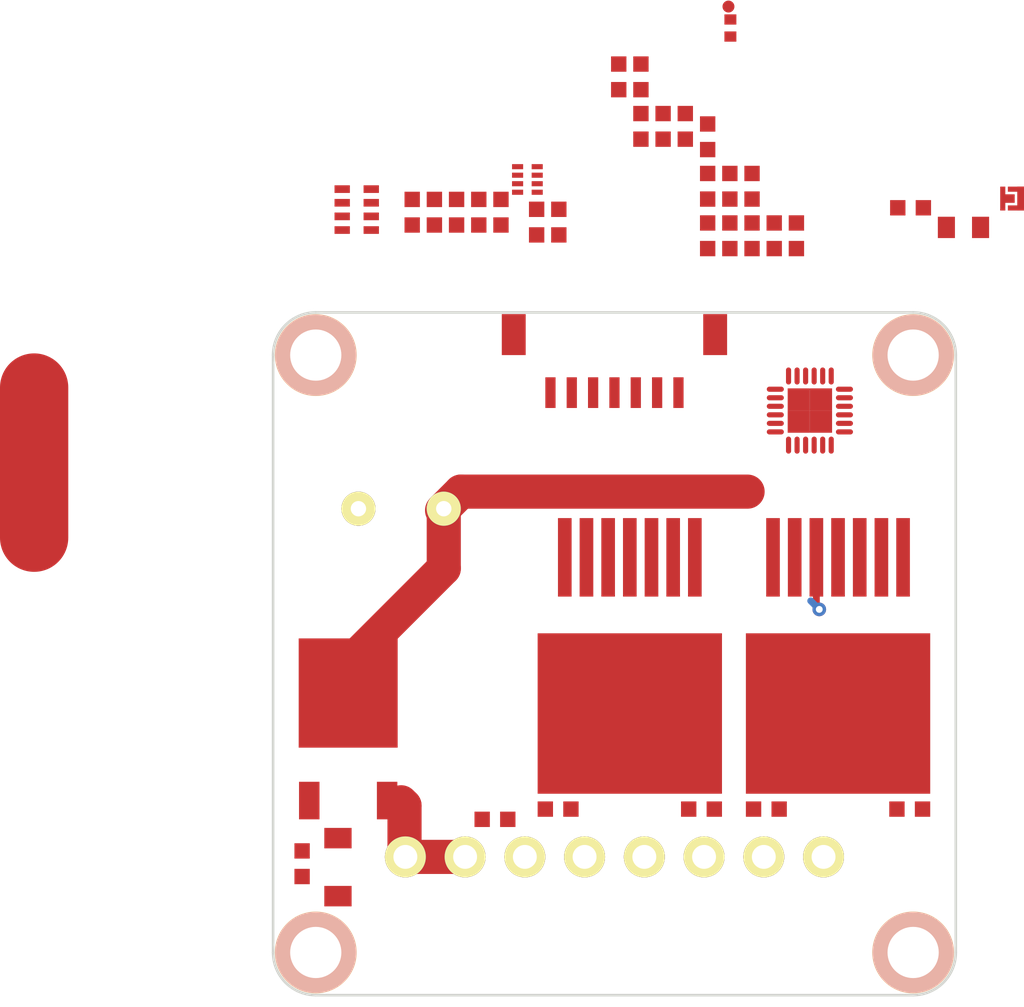
<source format=kicad_pcb>
(kicad_pcb (version 20221018) (generator pcbnew)
  (title_block (title "Industrial Push-Pull") (date "2019-02-14") (rev "1.0") (company "Tinkerforge GmbH") (comment 1 "Licensed under CERN OHL v.1.1") (comment 2 "Copyright (©) 2019, T.Schneidermann <tim@tinkerforge.com>"))
  (layers (0 "F.Cu" signal) (31 "B.Cu" signal) (34 "B.Paste" user) (35 "F.Paste" user) (36 "B.SilkS" user "B.Silkscreen") (37 "F.SilkS" user "F.Silkscreen") (38 "B.Mask" user) (39 "F.Mask" user) (44 "Edge.Cuts" user))
  (net 0 "")
  (net 1 "GND")
  (net 2 "Net-(10k1-Pad1)")
  (net 3 "3V3")
  (net 4 "Net-(C2-Pad1)")
  (net 5 "IS1")
  (net 6 "Net-(C6-Pad1)")
  (net 7 "IS2")
  (net 8 "Net-(C8-Pad1)")
  (net 9 "+VSW")
  (net 10 "Net-(C12-Pad1)")
  (net 11 "Net-(C13-Pad2)")
  (net 12 "Net-(C15-Pad2)")
  (net 13 "Net-(D1-Pad2)")
  (net 14 "Net-(D3-Pad2)")
  (net 15 "Net-(D4-Pad2)")
  (net 16 "Net-(D5-Pad2)")
  (net 17 "Net-(P1-Pad4)")
  (net 18 "Net-(P1-Pad5)")
  (net 19 "Net-(P1-Pad6)")
  (net 20 "Net-(P3-Pad1)")
  (net 21 "Net-(P4-Pad2)")
  (net 22 "Net-(R6-Pad1)")
  (net 23 "IN1")
  (net 24 "Net-(R7-Pad1)")
  (net 25 "INH")
  (net 26 "IN2")
  (net 27 "Net-(R8-Pad1)")
  (net 28 "Net-(R9-Pad1)")
  (net 29 "VIN")
  (net 30 "Net-(RP1-Pad5)")
  (net 31 "Net-(RP1-Pad6)")
  (net 32 "Net-(RP1-Pad7)")
  (net 33 "Net-(RP1-Pad8)")
  (net 34 "S-MISO")
  (net 35 "S-MOSI")
  (net 36 "S-CLK")
  (net 37 "S-CS")
  (footprint "kicad-libraries:C0603F" (layer "F.Cu") (at 162.960741 87.209159 90)
    (fp_text reference "C1")
    (fp_text value "100nF")
    (pad "1" smd rect (at -0.75 0 90) (size 0.9 0.9) (layers "F.Cu" "F.Paste" "F.Mask") (net 3 "3V3"))
    (pad "2" smd rect (at 0.75 0 90) (size 0.9 0.9) (layers "F.Cu" "F.Paste" "F.Mask") (net 1 "GND"))
  )
  (footprint "kicad-libraries:C0402F" (layer "F.Cu") (at 164.292501 80.837499 90)
    (fp_text reference "C2")
    (fp_text value "220pF")
    (pad "1" smd rect (at -0.5 0 90) (size 0.6 0.7) (layers "F.Cu" "F.Paste" "F.Mask") (net 4 "Net-(C2-Pad1)"))
    (pad "2" smd rect (at 0.5 0 90) (size 0.6 0.7) (layers "F.Cu" "F.Paste" "F.Mask") (net 1 "GND"))
  )
  (footprint "kicad-libraries:C0805" (layer "F.Cu") (at 177.948499 92.519399 180)
    (fp_text reference "C3")
    (fp_text value "10uF")
    (pad "1" smd rect (at -1.00076 0 180) (size 1.00076 1.24968) (layers "F.Cu" "F.Paste" "F.Mask") (net 3 "3V3") (clearance 0.14986))
    (pad "2" smd rect (at 1.00076 0 180) (size 1.00076 1.24968) (layers "F.Cu" "F.Paste" "F.Mask") (net 1 "GND") (clearance 0.14986))
  )
  (footprint "kicad-libraries:C0603F" (layer "F.Cu") (at 165.560741 93.009159 90)
    (fp_text reference "C4")
    (fp_text value "100nF")
    (pad "1" smd rect (at -0.75 0 90) (size 0.9 0.9) (layers "F.Cu" "F.Paste" "F.Mask") (net 3 "3V3"))
    (pad "2" smd rect (at 0.75 0 90) (size 0.9 0.9) (layers "F.Cu" "F.Paste" "F.Mask") (net 1 "GND"))
  )
  (footprint "kicad-libraries:C0603F" (layer "F.Cu") (at 165.560741 90.109159 90)
    (fp_text reference "C5")
    (fp_text value "1nF")
    (pad "1" smd rect (at -0.75 0 90) (size 0.9 0.9) (layers "F.Cu" "F.Paste" "F.Mask") (net 5 "IS1"))
    (pad "2" smd rect (at 0.75 0 90) (size 0.9 0.9) (layers "F.Cu" "F.Paste" "F.Mask") (net 1 "GND"))
  )
  (footprint "kicad-libraries:C0603F" (layer "F.Cu") (at 164.260741 93.009159 90)
    (fp_text reference "C6")
    (fp_text value "100nF")
    (pad "1" smd rect (at -0.75 0 90) (size 0.9 0.9) (layers "F.Cu" "F.Paste" "F.Mask") (net 6 "Net-(C6-Pad1)"))
    (pad "2" smd rect (at 0.75 0 90) (size 0.9 0.9) (layers "F.Cu" "F.Paste" "F.Mask") (net 1 "GND"))
  )
  (footprint "kicad-libraries:C0603F" (layer "F.Cu") (at 162.960741 90.109159 90)
    (fp_text reference "C7")
    (fp_text value "100nF")
    (pad "1" smd rect (at -0.75 0 90) (size 0.9 0.9) (layers "F.Cu" "F.Paste" "F.Mask") (net 7 "IS2"))
    (pad "2" smd rect (at 0.75 0 90) (size 0.9 0.9) (layers "F.Cu" "F.Paste" "F.Mask") (net 1 "GND"))
  )
  (footprint "kicad-libraries:C0603F" (layer "F.Cu") (at 148.250741 91.629159 90)
    (fp_text reference "C8")
    (fp_text value "100nF")
    (pad "1" smd rect (at -0.75 0 90) (size 0.9 0.9) (layers "F.Cu" "F.Paste" "F.Mask") (net 8 "Net-(C8-Pad1)"))
    (pad "2" smd rect (at 0.75 0 90) (size 0.9 0.9) (layers "F.Cu" "F.Paste" "F.Mask") (net 1 "GND"))
  )
  (footprint "kicad-libraries:ELKO_RAD_12" (layer "F.Cu") (at 145 109)
    (fp_text reference "C9")
    (fp_text value "1000uF 35V")
    (pad "1" thru_hole circle (at 2.49936 0) (size 1.99898 1.99898) (drill 0.89916) (layers "*.Cu" "*.Mask" "F.SilkS") (net 9 "+VSW"))
    (pad "2" thru_hole circle (at -2.49936 0) (size 1.99898 1.99898) (drill 0.89916) (layers "*.Cu" "*.Mask" "F.SilkS") (net 1 "GND"))
  )
  (footprint "kicad-libraries:C0603F" (layer "F.Cu") (at 146.950741 91.629159 90)
    (fp_text reference "C10")
    (fp_text value "100nF 100V")
    (pad "1" smd rect (at -0.75 0 90) (size 0.9 0.9) (layers "F.Cu" "F.Paste" "F.Mask") (net 9 "+VSW"))
    (pad "2" smd rect (at 0.75 0 90) (size 0.9 0.9) (layers "F.Cu" "F.Paste" "F.Mask") (net 1 "GND"))
  )
  (footprint "kicad-libraries:C0603F" (layer "F.Cu") (at 174.849159 91.369259 180)
    (fp_text reference "C11")
    (fp_text value "100nF 100V")
    (pad "1" smd rect (at -0.75 0 180) (size 0.9 0.9) (layers "F.Cu" "F.Paste" "F.Mask") (net 9 "+VSW"))
    (pad "2" smd rect (at 0.75 0 180) (size 0.9 0.9) (layers "F.Cu" "F.Paste" "F.Mask") (net 1 "GND"))
  )
  (footprint "kicad-libraries:C0603F" (layer "F.Cu") (at 150.5 127.2)
    (fp_text reference "C12")
    (fp_text value "100nF 100V")
    (pad "1" smd rect (at -0.75 0) (size 0.9 0.9) (layers "F.Cu" "F.Paste" "F.Mask") (net 10 "Net-(C12-Pad1)"))
    (pad "2" smd rect (at 0.75 0) (size 0.9 0.9) (layers "F.Cu" "F.Paste" "F.Mask") (net 1 "GND"))
  )
  (footprint "kicad-libraries:C0603F" (layer "F.Cu") (at 154.2 126.6)
    (fp_text reference "C13")
    (fp_text value "220nF 100V")
    (pad "1" smd rect (at -0.75 0) (size 0.9 0.9) (layers "F.Cu" "F.Paste" "F.Mask") (net 9 "+VSW"))
    (pad "2" smd rect (at 0.75 0) (size 0.9 0.9) (layers "F.Cu" "F.Paste" "F.Mask") (net 11 "Net-(C13-Pad2)"))
  )
  (footprint "kicad-libraries:C0603F" (layer "F.Cu") (at 162.6 126.6)
    (fp_text reference "C14")
    (fp_text value "220nF 100V")
    (pad "1" smd rect (at -0.75 0) (size 0.9 0.9) (layers "F.Cu" "F.Paste" "F.Mask") (net 11 "Net-(C13-Pad2)"))
    (pad "2" smd rect (at 0.75 0) (size 0.9 0.9) (layers "F.Cu" "F.Paste" "F.Mask") (net 1 "GND"))
  )
  (footprint "kicad-libraries:C0603F" (layer "F.Cu") (at 166.4 126.6)
    (fp_text reference "C15")
    (fp_text value "220nF 100V")
    (pad "1" smd rect (at -0.75 0) (size 0.9 0.9) (layers "F.Cu" "F.Paste" "F.Mask") (net 9 "+VSW"))
    (pad "2" smd rect (at 0.75 0) (size 0.9 0.9) (layers "F.Cu" "F.Paste" "F.Mask") (net 12 "Net-(C15-Pad2)"))
  )
  (footprint "kicad-libraries:C0603F" (layer "F.Cu") (at 174.8 126.6)
    (fp_text reference "C16")
    (fp_text value "220nF 100V")
    (pad "1" smd rect (at -0.75 0) (size 0.9 0.9) (layers "F.Cu" "F.Paste" "F.Mask") (net 12 "Net-(C15-Pad2)"))
    (pad "2" smd rect (at 0.75 0) (size 0.9 0.9) (layers "F.Cu" "F.Paste" "F.Mask") (net 1 "GND"))
  )
  (footprint "kicad-libraries:D0603F" (layer "F.Cu") (at 162.960741 93.009159 90)
    (fp_text reference "D1")
    (fp_text value "blue STATUS")
    (pad "1" smd rect (at -0.75 0 90) (size 0.9 0.9) (layers "F.Cu" "F.Paste" "F.Mask") (net 3 "3V3"))
    (pad "2" smd rect (at 0.75 0 90) (size 0.9 0.9) (layers "F.Cu" "F.Paste" "F.Mask") (net 13 "Net-(D1-Pad2)"))
  )
  (footprint "kicad-libraries:MiniMelf" (layer "F.Cu") (at 141.3 130 -90)
    (fp_text reference "D2")
    (fp_text value "10V")
    (pad "1" smd rect (at 1.69926 0 270) (size 1.19888 1.6002) (layers "F.Cu" "F.Paste" "F.Mask") (net 2 "Net-(10k1-Pad1)"))
    (pad "2" smd rect (at -1.69926 0 270) (size 1.19888 1.6002) (layers "F.Cu" "F.Paste" "F.Mask") (net 9 "+VSW"))
  )
  (footprint "kicad-libraries:D0603F" (layer "F.Cu") (at 145.650741 91.629159 90)
    (fp_text reference "D3")
    (fp_text value "red FAIL")
    (pad "1" smd rect (at -0.75 0 90) (size 0.9 0.9) (layers "F.Cu" "F.Paste" "F.Mask") (net 3 "3V3"))
    (pad "2" smd rect (at 0.75 0 90) (size 0.9 0.9) (layers "F.Cu" "F.Paste" "F.Mask") (net 14 "Net-(D3-Pad2)"))
  )
  (footprint "kicad-libraries:D0603F" (layer "F.Cu") (at 152.940741 92.209159 90)
    (fp_text reference "D4")
    (fp_text value "green CH1")
    (pad "1" smd rect (at -0.75 0 90) (size 0.9 0.9) (layers "F.Cu" "F.Paste" "F.Mask") (net 3 "3V3"))
    (pad "2" smd rect (at 0.75 0 90) (size 0.9 0.9) (layers "F.Cu" "F.Paste" "F.Mask") (net 15 "Net-(D4-Pad2)"))
  )
  (footprint "kicad-libraries:D0603F" (layer "F.Cu") (at 149.550741 91.629159 90)
    (fp_text reference "D5")
    (fp_text value "green CH2")
    (pad "1" smd rect (at -0.75 0 90) (size 0.9 0.9) (layers "F.Cu" "F.Paste" "F.Mask") (net 3 "3V3"))
    (pad "2" smd rect (at 0.75 0 90) (size 0.9 0.9) (layers "F.Cu" "F.Paste" "F.Mask") (net 16 "Net-(D5-Pad2)"))
  )
  (footprint "kicad-libraries:CON-SENSOR2" (layer "F.Cu") (at 157.5 97.6 180)
    (fp_text reference "P1")
    (fp_text value "CON-SENSOR")
    (pad "1" smd rect (at -3.75 -4.6 180) (size 0.6 1.8) (layers "F.Cu" "F.Paste" "F.Mask"))
    (pad "2" smd rect (at -2.5 -4.6 180) (size 0.6 1.8) (layers "F.Cu" "F.Paste" "F.Mask") (net 1 "GND"))
    (pad "3" smd rect (at -1.25 -4.6 180) (size 0.6 1.8) (layers "F.Cu" "F.Paste" "F.Mask") (net 3 "3V3"))
    (pad "4" smd rect (at 0 -4.6 180) (size 0.6 1.8) (layers "F.Cu" "F.Paste" "F.Mask") (net 17 "Net-(P1-Pad4)"))
    (pad "5" smd rect (at 1.25 -4.6 180) (size 0.6 1.8) (layers "F.Cu" "F.Paste" "F.Mask") (net 18 "Net-(P1-Pad5)"))
    (pad "6" smd rect (at 2.5 -4.6 180) (size 0.6 1.8) (layers "F.Cu" "F.Paste" "F.Mask") (net 19 "Net-(P1-Pad6)"))
    (pad "7" smd rect (at 3.75 -4.6 180) (size 0.6 1.8) (layers "F.Cu" "F.Paste" "F.Mask") (net 4 "Net-(C2-Pad1)"))
    (pad "EP" smd rect (at -5.9 -1.2 180) (size 1.4 2.4) (layers "F.Cu" "F.Paste" "F.Mask") (net 1 "GND"))
    (pad "EP" smd rect (at 5.9 -1.2 180) (size 1.4 2.4) (layers "F.Cu" "F.Paste" "F.Mask") (net 1 "GND"))
  )
  (footprint "kicad-libraries:OQ_8P" (layer "F.Cu") (at 157.5 129.4)
    (fp_text reference "P2")
    (fp_text value "Digital Output")
    (pad "1" thru_hole circle (at -12.25042 0) (size 2.4003 2.4003) (drill 1.39954) (layers "*.Cu" "*.Mask" "F.SilkS") (net 10 "Net-(C12-Pad1)"))
    (pad "2" thru_hole circle (at -8.7503 0) (size 2.4003 2.4003) (drill 1.39954) (layers "*.Cu" "*.Mask" "F.SilkS") (net 10 "Net-(C12-Pad1)"))
    (pad "3" thru_hole circle (at -5.25018 0) (size 2.4003 2.4003) (drill 1.39954) (layers "*.Cu" "*.Mask" "F.SilkS") (net 1 "GND"))
    (pad "4" thru_hole circle (at -1.75006 0) (size 2.4003 2.4003) (drill 1.39954) (layers "*.Cu" "*.Mask" "F.SilkS") (net 1 "GND"))
    (pad "5" thru_hole circle (at 1.75006 0) (size 2.4003 2.4003) (drill 1.39954) (layers "*.Cu" "*.Mask" "F.SilkS") (net 11 "Net-(C13-Pad2)"))
    (pad "6" thru_hole circle (at 5.25018 0) (size 2.4003 2.4003) (drill 1.39954) (layers "*.Cu" "*.Mask" "F.SilkS") (net 11 "Net-(C13-Pad2)"))
    (pad "7" thru_hole circle (at 8.7503 0) (size 2.4003 2.4003) (drill 1.39954) (layers "*.Cu" "*.Mask" "F.SilkS") (net 12 "Net-(C15-Pad2)"))
    (pad "8" thru_hole circle (at 12.25042 0) (size 2.4003 2.4003) (drill 1.39954) (layers "*.Cu" "*.Mask" "F.SilkS") (net 12 "Net-(C15-Pad2)"))
  )
  (footprint "kicad-libraries:DEBUG_PAD" (layer "F.Cu") (at 164.18 79.58 90)
    (fp_text reference "P3")
    (fp_text value "Debug")
    (pad "1" smd circle (at 0 0 90) (size 0.7 0.7) (layers "F.Cu" "F.Paste" "F.Mask") (net 20 "Net-(P3-Pad1)"))
  )
  (footprint "kicad-libraries:SolderJumper" (layer "F.Cu") (at 180.8 90.83 180)
    (fp_text reference "P4")
    (fp_text value "Boot")
    (pad "1" smd rect (at -0.5 0 180) (size 0.4 1.4) (layers "F.Cu" "F.Mask") (net 1 "GND"))
    (pad "1" smd rect (at -0.225 -0.55 180) (size 0.95 0.3) (layers "F.Cu" "F.Mask") (net 1 "GND"))
    (pad "1" smd rect (at -0.225 0.55 180) (size 0.95 0.3) (layers "F.Cu" "F.Mask") (net 1 "GND"))
    (pad "2" smd rect (at 0.15 0 180) (size 0.6 0.5) (layers "F.Cu" "F.Mask") (net 21 "Net-(P4-Pad2)"))
    (pad "2" smd rect (at 0.55 0 180) (size 0.3 1.4) (layers "F.Cu" "F.Mask") (net 21 "Net-(P4-Pad2)"))
  )
  (footprint "kicad-libraries:TO-252-3" (layer "F.Cu") (at 141.9 119.8)
    (fp_text reference "Q1")
    (fp_text value "MOSFET")
    (pad "D" smd rect (at 0 0) (size 5.79882 6.4008) (layers "F.Cu" "F.Paste" "F.Mask") (net 9 "+VSW"))
    (pad "G" smd rect (at -2.28092 6.2992) (size 1.19888 2.19964) (layers "F.Cu" "F.Paste" "F.Mask") (net 1 "GND"))
    (pad "S" smd rect (at 2.28092 6.2992) (size 1.19888 2.19964) (layers "F.Cu" "F.Paste" "F.Mask") (net 10 "Net-(C12-Pad1)"))
  )
  (footprint "kicad-libraries:R0603F" (layer "F.Cu") (at 157.750741 83.699159 90)
    (fp_text reference "R1")
    (fp_text value "1k")
    (pad "1" smd rect (at -0.75 0 90) (size 0.9 0.9) (layers "F.Cu" "F.Paste" "F.Mask") (net 5 "IS1"))
    (pad "2" smd rect (at 0.75 0 90) (size 0.9 0.9) (layers "F.Cu" "F.Paste" "F.Mask") (net 1 "GND"))
  )
  (footprint "kicad-libraries:C0603F" (layer "F.Cu") (at 166.860741 93.009159 90)
    (fp_text reference "R2")
    (fp_text value "510")
    (pad "1" smd rect (at -0.75 0 90) (size 0.9 0.9) (layers "F.Cu" "F.Paste" "F.Mask") (net 6 "Net-(C6-Pad1)"))
    (pad "2" smd rect (at 0.75 0 90) (size 0.9 0.9) (layers "F.Cu" "F.Paste" "F.Mask") (net 1 "GND"))
  )
  (footprint "kicad-libraries:R0603F" (layer "F.Cu") (at 150.850741 91.629159 90)
    (fp_text reference "R3")
    (fp_text value "510")
    (pad "1" smd rect (at -0.75 0 90) (size 0.9 0.9) (layers "F.Cu" "F.Paste" "F.Mask") (net 7 "IS2"))
    (pad "2" smd rect (at 0.75 0 90) (size 0.9 0.9) (layers "F.Cu" "F.Paste" "F.Mask") (net 1 "GND"))
  )
  (footprint "kicad-libraries:R0603F" (layer "F.Cu") (at 159.050741 86.599159 90)
    (fp_text reference "R4")
    (fp_text value "510")
    (pad "1" smd rect (at -0.75 0 90) (size 0.9 0.9) (layers "F.Cu" "F.Paste" "F.Mask") (net 8 "Net-(C8-Pad1)"))
    (pad "2" smd rect (at 0.75 0 90) (size 0.9 0.9) (layers "F.Cu" "F.Paste" "F.Mask") (net 1 "GND"))
  )
  (footprint "kicad-libraries:R0603F" (layer "F.Cu") (at 154.240741 92.209159 90)
    (fp_text reference "R6")
    (fp_text value "10k")
    (pad "1" smd rect (at -0.75 0 90) (size 0.9 0.9) (layers "F.Cu" "F.Paste" "F.Mask") (net 22 "Net-(R6-Pad1)"))
    (pad "2" smd rect (at 0.75 0 90) (size 0.9 0.9) (layers "F.Cu" "F.Paste" "F.Mask") (net 23 "IN1"))
  )
  (footprint "kicad-libraries:R0603F" (layer "F.Cu") (at 159.050741 83.699159 90)
    (fp_text reference "R7")
    (fp_text value "10k")
    (pad "1" smd rect (at -0.75 0 90) (size 0.9 0.9) (layers "F.Cu" "F.Paste" "F.Mask") (net 24 "Net-(R7-Pad1)"))
    (pad "2" smd rect (at 0.75 0 90) (size 0.9 0.9) (layers "F.Cu" "F.Paste" "F.Mask") (net 25 "INH"))
  )
  (footprint "kicad-libraries:R0603F" (layer "F.Cu") (at 160.350741 86.599159 90)
    (fp_text reference "R8")
    (fp_text value "10k")
    (pad "1" smd rect (at -0.75 0 90) (size 0.9 0.9) (layers "F.Cu" "F.Paste" "F.Mask") (net 27 "Net-(R8-Pad1)"))
    (pad "2" smd rect (at 0.75 0 90) (size 0.9 0.9) (layers "F.Cu" "F.Paste" "F.Mask") (net 26 "IN2"))
  )
  (footprint "kicad-libraries:R0603F" (layer "F.Cu") (at 161.650741 86.599159 90)
    (fp_text reference "R9")
    (fp_text value "10k")
    (pad "1" smd rect (at -0.75 0 90) (size 0.9 0.9) (layers "F.Cu" "F.Paste" "F.Mask") (net 28 "Net-(R9-Pad1)"))
    (pad "2" smd rect (at 0.75 0 90) (size 0.9 0.9) (layers "F.Cu" "F.Paste" "F.Mask") (net 25 "INH"))
  )
  (footprint "kicad-libraries:R0603F" (layer "F.Cu") (at 164.260741 90.109159 90)
    (fp_text reference "R10")
    (fp_text value "10k")
    (pad "1" smd rect (at -0.75 0 90) (size 0.9 0.9) (layers "F.Cu" "F.Paste" "F.Mask") (net 29 "VIN"))
    (pad "2" smd rect (at 0.75 0 90) (size 0.9 0.9) (layers "F.Cu" "F.Paste" "F.Mask") (net 1 "GND"))
  )
  (footprint "kicad-libraries:R0603F" (layer "F.Cu") (at 168.160741 93.009159 90)
    (fp_text reference "R11")
    (fp_text value "91k")
    (pad "1" smd rect (at -0.75 0 90) (size 0.9 0.9) (layers "F.Cu" "F.Paste" "F.Mask") (net 9 "+VSW"))
    (pad "2" smd rect (at 0.75 0 90) (size 0.9 0.9) (layers "F.Cu" "F.Paste" "F.Mask") (net 29 "VIN"))
  )
  (footprint "kicad-libraries:4X0603" (layer "F.Cu") (at 142.40048 91.474719 90)
    (fp_text reference "RP1")
    (fp_text value "1k")
    (pad "1" smd rect (at -1.19888 -0.8509 90) (size 0.44958 0.89916) (layers "F.Cu" "F.Paste" "F.Mask") (net 14 "Net-(D3-Pad2)"))
    (pad "2" smd rect (at -0.39878 -0.8509 90) (size 0.44958 0.89916) (layers "F.Cu" "F.Paste" "F.Mask") (net 15 "Net-(D4-Pad2)"))
    (pad "3" smd rect (at 0.39878 -0.8509 90) (size 0.44958 0.89916) (layers "F.Cu" "F.Paste" "F.Mask") (net 16 "Net-(D5-Pad2)"))
    (pad "4" smd rect (at 1.19888 -0.8509 90) (size 0.44958 0.89916) (layers "F.Cu" "F.Paste" "F.Mask") (net 13 "Net-(D1-Pad2)"))
    (pad "5" smd rect (at 1.19888 0.8509 90) (size 0.44958 0.89916) (layers "F.Cu" "F.Paste" "F.Mask") (net 30 "Net-(RP1-Pad5)"))
    (pad "6" smd rect (at 0.39878 0.8509 90) (size 0.44958 0.89916) (layers "F.Cu" "F.Paste" "F.Mask") (net 31 "Net-(RP1-Pad6)"))
    (pad "7" smd rect (at -0.39878 0.8509 90) (size 0.44958 0.89916) (layers "F.Cu" "F.Paste" "F.Mask") (net 32 "Net-(RP1-Pad7)"))
    (pad "8" smd rect (at -1.19888 0.8509 90) (size 0.44958 0.89916) (layers "F.Cu" "F.Paste" "F.Mask") (net 33 "Net-(RP1-Pad8)"))
  )
  (footprint "kicad-libraries:4X0402" (layer "F.Cu") (at 152.4 89.710479 90)
    (fp_text reference "RP2")
    (fp_text value "82")
    (pad "1" smd rect (at -0.7493 0.575 270) (size 0.29972 0.65) (layers "F.Cu" "F.Paste" "F.Mask") (net 17 "Net-(P1-Pad4)"))
    (pad "2" smd rect (at -0.24892 0.575 270) (size 0.29972 0.65) (layers "F.Cu" "F.Paste" "F.Mask") (net 18 "Net-(P1-Pad5)"))
    (pad "3" smd rect (at 0.24892 0.575 270) (size 0.29972 0.65) (layers "F.Cu" "F.Paste" "F.Mask") (net 19 "Net-(P1-Pad6)"))
    (pad "4" smd rect (at 0.7493 0.575 270) (size 0.29972 0.65) (layers "F.Cu" "F.Paste" "F.Mask") (net 4 "Net-(C2-Pad1)"))
    (pad "5" smd rect (at 0.7493 -0.575 90) (size 0.29972 0.65) (layers "F.Cu" "F.Paste" "F.Mask") (net 34 "S-MISO"))
    (pad "6" smd rect (at 0.24892 -0.575 90) (size 0.29972 0.65) (layers "F.Cu" "F.Paste" "F.Mask") (net 35 "S-MOSI"))
    (pad "7" smd rect (at -0.24892 -0.575 90) (size 0.29972 0.65) (layers "F.Cu" "F.Paste" "F.Mask") (net 36 "S-CLK"))
    (pad "8" smd rect (at -0.7493 -0.575 90) (size 0.29972 0.65) (layers "F.Cu" "F.Paste" "F.Mask") (net 37 "S-CS"))
  )
  (footprint "kicad-libraries:QFN24-4x4mm-0.5mm" (layer "F.Cu") (at 168.95 103.25)
    (fp_text reference "U1")
    (fp_text value "XMC1100")
    (pad "1" smd oval (at -2.025 -1.25) (size 1 0.3) (layers "F.Cu" "F.Paste" "F.Mask") (net 34 "S-MISO"))
    (pad "2" smd oval (at -2.025 -0.75) (size 1 0.3) (layers "F.Cu" "F.Paste" "F.Mask") (net 29 "VIN"))
    (pad "3" smd oval (at -2.025 -0.25) (size 1 0.3) (layers "F.Cu" "F.Paste" "F.Mask"))
    (pad "4" smd oval (at -2.025 0.25) (size 1 0.3) (layers "F.Cu" "F.Paste" "F.Mask"))
    (pad "5" smd oval (at -2.025 0.75) (size 1 0.3) (layers "F.Cu" "F.Paste" "F.Mask"))
    (pad "6" smd oval (at -2.025 1.25) (size 1 0.3) (layers "F.Cu" "F.Paste" "F.Mask"))
    (pad "7" smd oval (at -1.25 2.025 90) (size 1 0.3) (layers "F.Cu" "F.Paste" "F.Mask") (net 30 "Net-(RP1-Pad5)"))
    (pad "8" smd oval (at -0.75 2.025 90) (size 1 0.3) (layers "F.Cu" "F.Paste" "F.Mask"))
    (pad "9" smd oval (at -0.25 2.025 90) (size 1 0.3) (layers "F.Cu" "F.Paste" "F.Mask") (net 1 "GND"))
    (pad "10" smd oval (at 0.25 2.025 90) (size 1 0.3) (layers "F.Cu" "F.Paste" "F.Mask") (net 3 "3V3"))
    (pad "11" smd oval (at 0.75 2.025 90) (size 1 0.3) (layers "F.Cu" "F.Paste" "F.Mask") (net 31 "Net-(RP1-Pad6)"))
    (pad "12" smd oval (at 1.25 2.025 90) (size 1 0.3) (layers "F.Cu" "F.Paste" "F.Mask") (net 32 "Net-(RP1-Pad7)"))
    (pad "13" smd oval (at 2.025 1.25) (size 1 0.3) (layers "F.Cu" "F.Paste" "F.Mask") (net 7 "IS2"))
    (pad "14" smd oval (at 2.025 0.75) (size 1 0.3) (layers "F.Cu" "F.Paste" "F.Mask") (net 5 "IS1"))
    (pad "15" smd oval (at 2.025 0.25) (size 1 0.3) (layers "F.Cu" "F.Paste" "F.Mask") (net 23 "IN1"))
    (pad "16" smd oval (at 2.025 -0.25) (size 1 0.3) (layers "F.Cu" "F.Paste" "F.Mask") (net 26 "IN2"))
    (pad "17" smd oval (at 2.025 -0.75) (size 1 0.3) (layers "F.Cu" "F.Paste" "F.Mask") (net 25 "INH"))
    (pad "18" smd oval (at 2.025 -1.25) (size 1 0.3) (layers "F.Cu" "F.Paste" "F.Mask") (net 21 "Net-(P4-Pad2)"))
    (pad "19" smd oval (at 1.25 -2.025 90) (size 1 0.3) (layers "F.Cu" "F.Paste" "F.Mask") (net 20 "Net-(P3-Pad1)"))
    (pad "20" smd oval (at 0.75 -2.025 90) (size 1 0.3) (layers "F.Cu" "F.Paste" "F.Mask"))
    (pad "21" smd oval (at 0.25 -2.025 90) (size 1 0.3) (layers "F.Cu" "F.Paste" "F.Mask") (net 33 "Net-(RP1-Pad8)"))
    (pad "22" smd oval (at -0.25 -2.025 90) (size 1 0.3) (layers "F.Cu" "F.Paste" "F.Mask") (net 37 "S-CS"))
    (pad "23" smd oval (at -0.75 -2.025 90) (size 1 0.3) (layers "F.Cu" "F.Paste" "F.Mask") (net 36 "S-CLK"))
    (pad "24" smd oval (at -1.25 -2.025 90) (size 1 0.3) (layers "F.Cu" "F.Paste" "F.Mask") (net 35 "S-MOSI"))
    (pad "EXP" smd rect (at -0.65 -0.65) (size 1.3 1.3) (layers "F.Cu" "F.Paste" "F.Mask") (net 1 "GND"))
    (pad "EXP" smd rect (at -0.65 0.65) (size 1.3 1.3) (layers "F.Cu" "F.Paste" "F.Mask") (net 1 "GND"))
    (pad "EXP" smd rect (at 0.65 -0.65) (size 1.3 1.3) (layers "F.Cu" "F.Paste" "F.Mask") (net 1 "GND"))
    (pad "EXP" smd rect (at 0.65 0.65) (size 1.3 1.3) (layers "F.Cu" "F.Paste" "F.Mask") (net 1 "GND"))
  )
  (footprint "kicad-libraries:TO263-7" (layer "F.Cu") (at 163.8 125.7 180)
    (fp_text reference "U2")
    (fp_text value "IFX007T")
    (pad "1" smd rect (at 1.59 13.85 180) (size 0.8 4.6) (layers "F.Cu" "F.Paste" "F.Mask") (net 1 "GND"))
    (pad "2" smd rect (at 2.86 13.85 180) (size 0.8 4.6) (layers "F.Cu" "F.Paste" "F.Mask") (net 22 "Net-(R6-Pad1)"))
    (pad "3" smd rect (at 4.13 13.85 180) (size 0.8 4.6) (layers "F.Cu" "F.Paste" "F.Mask") (net 24 "Net-(R7-Pad1)"))
    (pad "4" smd rect (at 5.4 13.85 180) (size 0.8 4.6) (layers "F.Cu" "F.Paste" "F.Mask") (net 11 "Net-(C13-Pad2)"))
    (pad "5" smd rect (at 6.67 13.85 180) (size 0.8 4.6) (layers "F.Cu" "F.Paste" "F.Mask") (net 6 "Net-(C6-Pad1)"))
    (pad "6" smd rect (at 7.94 13.85 180) (size 0.8 4.6) (layers "F.Cu" "F.Paste" "F.Mask") (net 5 "IS1"))
    (pad "7" smd rect (at 9.21 13.85 180) (size 0.8 4.6) (layers "F.Cu" "F.Paste" "F.Mask") (net 9 "+VSW"))
    (pad "8" smd rect (at 5.4 4.7 180) (size 10.8 9.4) (layers "F.Cu" "F.Paste" "F.Mask") (net 11 "Net-(C13-Pad2)"))
  )
  (footprint "kicad-libraries:TO263-7" (layer "F.Cu") (at 176 125.7 180)
    (fp_text reference "U3")
    (fp_text value "IFX007T")
    (pad "1" smd rect (at 1.59 13.85 180) (size 0.8 4.6) (layers "F.Cu" "F.Paste" "F.Mask") (net 1 "GND"))
    (pad "2" smd rect (at 2.86 13.85 180) (size 0.8 4.6) (layers "F.Cu" "F.Paste" "F.Mask") (net 27 "Net-(R8-Pad1)"))
    (pad "3" smd rect (at 4.13 13.85 180) (size 0.8 4.6) (layers "F.Cu" "F.Paste" "F.Mask") (net 28 "Net-(R9-Pad1)"))
    (pad "4" smd rect (at 5.4 13.85 180) (size 0.8 4.6) (layers "F.Cu" "F.Paste" "F.Mask") (net 12 "Net-(C15-Pad2)"))
    (pad "5" smd rect (at 6.67 13.85 180) (size 0.8 4.6) (layers "F.Cu" "F.Paste" "F.Mask") (net 8 "Net-(C8-Pad1)"))
    (pad "6" smd rect (at 7.94 13.85 180) (size 0.8 4.6) (layers "F.Cu" "F.Paste" "F.Mask") (net 7 "IS2"))
    (pad "7" smd rect (at 9.21 13.85 180) (size 0.8 4.6) (layers "F.Cu" "F.Paste" "F.Mask") (net 9 "+VSW"))
    (pad "8" smd rect (at 5.4 4.7 180) (size 10.8 9.4) (layers "F.Cu" "F.Paste" "F.Mask") (net 12 "Net-(C15-Pad2)"))
  )
  (footprint "kicad-libraries:DRILL_NP" (layer "F.Cu") (at 175 100)
    (fp_text reference "U6" hide)
    (fp_text value "DRILL" hide)
    (fp_circle (center 0 0) (end 1.39954 -0.09906) (stroke (width 0.381)) (fill none) (layer "B.SilkS"))
    (fp_circle (center 0 0) (end 1.69926 0) (stroke (width 0.381)) (fill none) (layer "B.SilkS"))
    (fp_circle (center 0 0) (end 1.89992 0) (stroke (width 0.381)) (fill none) (layer "B.SilkS"))
    (fp_circle (center 0 0) (end 2.19964 0) (stroke (width 0.381)) (fill none) (layer "B.SilkS"))
    (fp_circle (center 0 0) (end 1.39954 0) (stroke (width 0.381)) (fill none) (layer "F.SilkS"))
    (fp_circle (center 0 0) (end 1.69926 0) (stroke (width 0.381)) (fill none) (layer "F.SilkS"))
    (fp_circle (center 0 0) (end 1.99898 -0.20066) (stroke (width 0.381)) (fill none) (layer "F.SilkS"))
    (fp_circle (center 0 0) (end 2.19964 -0.20066) (stroke (width 0.381)) (fill none) (layer "F.SilkS"))
    (pad "" np_thru_hole circle (at 0 0) (size 2.99974 2.99974) (drill 2.99974) (layers "*.Cu" "*.Mask" "F.SilkS") (clearance 0.89916))
  )
  (footprint "kicad-libraries:DRILL_NP" (layer "F.Cu") (at 175 135)
    (fp_text reference "U7" hide)
    (fp_text value "DRILL" hide)
    (fp_circle (center 0 0) (end 1.39954 -0.09906) (stroke (width 0.381)) (fill none) (layer "B.SilkS"))
    (fp_circle (center 0 0) (end 1.69926 0) (stroke (width 0.381)) (fill none) (layer "B.SilkS"))
    (fp_circle (center 0 0) (end 1.89992 0) (stroke (width 0.381)) (fill none) (layer "B.SilkS"))
    (fp_circle (center 0 0) (end 2.19964 0) (stroke (width 0.381)) (fill none) (layer "B.SilkS"))
    (fp_circle (center 0 0) (end 1.39954 0) (stroke (width 0.381)) (fill none) (layer "F.SilkS"))
    (fp_circle (center 0 0) (end 1.69926 0) (stroke (width 0.381)) (fill none) (layer "F.SilkS"))
    (fp_circle (center 0 0) (end 1.99898 -0.20066) (stroke (width 0.381)) (fill none) (layer "F.SilkS"))
    (fp_circle (center 0 0) (end 2.19964 -0.20066) (stroke (width 0.381)) (fill none) (layer "F.SilkS"))
    (pad "" np_thru_hole circle (at 0 0) (size 2.99974 2.99974) (drill 2.99974) (layers "*.Cu" "*.Mask" "F.SilkS") (clearance 0.89916))
  )
  (footprint "kicad-libraries:DRILL_NP" (layer "F.Cu") (at 140 135)
    (fp_text reference "U8" hide)
    (fp_text value "DRILL" hide)
    (fp_circle (center 0 0) (end 1.39954 -0.09906) (stroke (width 0.381)) (fill none) (layer "B.SilkS"))
    (fp_circle (center 0 0) (end 1.69926 0) (stroke (width 0.381)) (fill none) (layer "B.SilkS"))
    (fp_circle (center 0 0) (end 1.89992 0) (stroke (width 0.381)) (fill none) (layer "B.SilkS"))
    (fp_circle (center 0 0) (end 2.19964 0) (stroke (width 0.381)) (fill none) (layer "B.SilkS"))
    (fp_circle (center 0 0) (end 1.39954 0) (stroke (width 0.381)) (fill none) (layer "F.SilkS"))
    (fp_circle (center 0 0) (end 1.69926 0) (stroke (width 0.381)) (fill none) (layer "F.SilkS"))
    (fp_circle (center 0 0) (end 1.99898 -0.20066) (stroke (width 0.381)) (fill none) (layer "F.SilkS"))
    (fp_circle (center 0 0) (end 2.19964 -0.20066) (stroke (width 0.381)) (fill none) (layer "F.SilkS"))
    (pad "" np_thru_hole circle (at 0 0) (size 2.99974 2.99974) (drill 2.99974) (layers "*.Cu" "*.Mask" "F.SilkS") (clearance 0.89916))
  )
  (footprint "kicad-libraries:DRILL_NP" (layer "F.Cu") (at 140 100)
    (fp_text reference "U9" hide)
    (fp_text value "DRILL" hide)
    (fp_circle (center 0 0) (end 1.39954 -0.09906) (stroke (width 0.381)) (fill none) (layer "B.SilkS"))
    (fp_circle (center 0 0) (end 1.69926 0) (stroke (width 0.381)) (fill none) (layer "B.SilkS"))
    (fp_circle (center 0 0) (end 1.89992 0) (stroke (width 0.381)) (fill none) (layer "B.SilkS"))
    (fp_circle (center 0 0) (end 2.19964 0) (stroke (width 0.381)) (fill none) (layer "B.SilkS"))
    (fp_circle (center 0 0) (end 1.39954 0) (stroke (width 0.381)) (fill none) (layer "F.SilkS"))
    (fp_circle (center 0 0) (end 1.69926 0) (stroke (width 0.381)) (fill none) (layer "F.SilkS"))
    (fp_circle (center 0 0) (end 1.99898 -0.20066) (stroke (width 0.381)) (fill none) (layer "F.SilkS"))
    (fp_circle (center 0 0) (end 2.19964 -0.20066) (stroke (width 0.381)) (fill none) (layer "F.SilkS"))
    (pad "" np_thru_hole circle (at 0 0) (size 2.99974 2.99974) (drill 2.99974) (layers "*.Cu" "*.Mask" "F.SilkS") (clearance 0.89916))
  )
  (footprint "kicad-libraries:R0603F" (layer "F.Cu") (at 139.2 129.8 90)
    (fp_text reference "10k1")
    (fp_text value "R")
    (pad "1" smd rect (at -0.75 0 90) (size 0.9 0.9) (layers "F.Cu" "F.Paste" "F.Mask") (net 2 "Net-(10k1-Pad1)"))
    (pad "2" smd rect (at 0.75 0 90) (size 0.9 0.9) (layers "F.Cu" "F.Paste" "F.Mask") (net 1 "GND"))
  )
  (gr_line (start 137.5 100) (end 137.5 135) (stroke (width 0.15)) (layer "Edge.Cuts"))
  (gr_line (start 177.5 135) (end 177.5 100) (stroke (width 0.15)) (layer "Edge.Cuts"))
  (gr_arc (start 177.5 135) (mid 176.767767 136.767767) (end 175 137.5) (stroke (width 0.15)) (layer "Edge.Cuts"))
  (gr_line (start 175 97.5) (end 140 97.5) (stroke (width 0.15)) (layer "Edge.Cuts"))
  (gr_arc (start 137.5 100) (mid 138.232233 98.232233) (end 140 97.5) (stroke (width 0.15)) (layer "Edge.Cuts"))
  (gr_arc (start 140 137.5) (mid 138.232233 136.767767) (end 137.5 135) (stroke (width 0.15)) (layer "Edge.Cuts"))
  (gr_arc (start 175 97.5) (mid 176.767767 98.232233) (end 177.5 100) (stroke (width 0.15)) (layer "Edge.Cuts"))
  (gr_line (start 140 137.5) (end 175 137.5) (stroke (width 0.15)) (layer "Edge.Cuts"))
  (segment (start 123.5 101.9) (end 123.5 110.7) (width 4) (layer "F.Cu") (net 0))
  (segment (start 169.33 111.85) (end 169.33 114.73) (width 0.4) (layer "F.Cu") (net 8))
  (segment (start 169.33 114.73) (end 169.5 114.9) (width 0.4) (layer "F.Cu") (net 8))
  (via (at 169.5 114.9) (size 0.8) (drill 0.4) (layers "F.Cu" "B.Cu") (net 8))
  (segment (start 169.5 114.9) (end 169 114.4) (width 0.4) (layer "B.Cu") (net 8))
  (segment (start 148.5 108) (end 165.3 108) (width 2) (layer "F.Cu") (net 9))
  (segment (start 142.2 120.1) (end 142.2 117.8) (width 2) (layer "F.Cu") (net 9))
  (segment (start 147.5 112.5) (end 147.5 109) (width 2) (layer "F.Cu") (net 9))
  (segment (start 142.2 117.8) (end 147.5 112.5) (width 2) (layer "F.Cu") (net 9))
  (segment (start 147.4 109.1) (end 148.5 108) (width 2) (layer "F.Cu") (net 9))
  (segment (start 142.5 119.1) (end 140.9 119.1) (width 0.5) (layer "F.Cu") (net 9))
  (segment (start 145.24958 129.4) (end 145.24958 129.24958) (width 2) (layer "F.Cu") (net 10))
  (segment (start 148.7497 129.4) (end 145.2 129.4) (width 2) (layer "F.Cu") (net 10))
  (segment (start 145.2 129.4) (end 145.2 126.4) (width 2) (layer "F.Cu") (net 10))
  (segment (start 145.2 126.4) (end 145 126.2) (width 2) (layer "F.Cu") (net 10))
)
</source>
